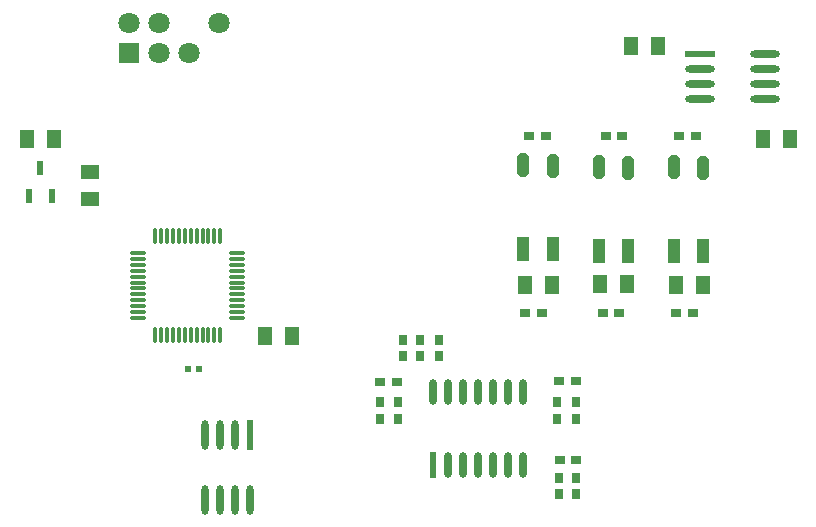
<source format=gtp>
G04 Layer_Color=8421504*
%FSLAX44Y44*%
%MOMM*%
G71*
G01*
G75*
%ADD10R,1.2000X1.5000*%
%ADD11R,0.6000X0.6000*%
%ADD12C,1.8000*%
%ADD13R,1.8000X1.8000*%
%ADD14R,0.6000X2.5000*%
%ADD15O,0.6000X2.5000*%
%ADD16R,0.9000X0.8000*%
%ADD17R,1.5000X1.2000*%
G04:AMPARAMS|DCode=18|XSize=1mm|YSize=2mm|CornerRadius=0mm|HoleSize=0mm|Usage=FLASHONLY|Rotation=0.000|XOffset=0mm|YOffset=0mm|HoleType=Round|Shape=Octagon|*
%AMOCTAGOND18*
4,1,8,-0.2500,1.0000,0.2500,1.0000,0.5000,0.7500,0.5000,-0.7500,0.2500,-1.0000,-0.2500,-1.0000,-0.5000,-0.7500,-0.5000,0.7500,-0.2500,1.0000,0.0*
%
%ADD18OCTAGOND18*%

%ADD19R,1.0000X2.0000*%
%ADD20R,0.8000X0.9000*%
%ADD21O,0.6000X2.2000*%
%ADD22R,0.6000X2.2000*%
%ADD23R,2.5000X0.6000*%
%ADD24O,2.5000X0.6000*%
%ADD25R,0.5500X1.3000*%
%ADD26O,1.4000X0.3000*%
%ADD27O,0.3000X1.4000*%
D10*
X-16584Y290000D02*
D03*
X-39536D02*
D03*
X495149Y368236D02*
D03*
X472197D02*
D03*
X162523Y123160D02*
D03*
X185476D02*
D03*
X583989Y289751D02*
D03*
X606941D02*
D03*
X382326Y166343D02*
D03*
X405278D02*
D03*
X446283Y166788D02*
D03*
X469235D02*
D03*
X510015Y166344D02*
D03*
X532967D02*
D03*
D11*
X106484Y95395D02*
D03*
X97008D02*
D03*
D12*
X123200Y388400D02*
D03*
X97800Y363000D02*
D03*
X72400D02*
D03*
Y388400D02*
D03*
X47000D02*
D03*
D13*
Y363000D02*
D03*
D14*
X149572Y39000D02*
D03*
D15*
X136872D02*
D03*
X124172D02*
D03*
X111472D02*
D03*
X149572Y-15500D02*
D03*
X136872D02*
D03*
X124172D02*
D03*
X111472D02*
D03*
D16*
X513000Y292499D02*
D03*
X527000D02*
D03*
X451001D02*
D03*
X465001D02*
D03*
X385920Y292495D02*
D03*
X399920D02*
D03*
X426000Y18307D02*
D03*
X412000D02*
D03*
X396802Y142297D02*
D03*
X382802D02*
D03*
X260000Y84000D02*
D03*
X274000D02*
D03*
X462169Y142299D02*
D03*
X448169D02*
D03*
X425485Y85000D02*
D03*
X411485D02*
D03*
X524491Y142299D02*
D03*
X510491D02*
D03*
D17*
X13786Y239289D02*
D03*
Y262241D02*
D03*
D18*
X380802Y267802D02*
D03*
X405802Y266802D02*
D03*
X445000Y266161D02*
D03*
X470000Y265161D02*
D03*
X508491Y266022D02*
D03*
X533491Y265022D02*
D03*
D19*
X405802Y196802D02*
D03*
X380802D02*
D03*
X470000Y195161D02*
D03*
X445000D02*
D03*
X533491Y195022D02*
D03*
X508491D02*
D03*
D20*
X279000Y120000D02*
D03*
Y106000D02*
D03*
X260000Y53000D02*
D03*
Y67000D02*
D03*
X275000Y53000D02*
D03*
Y67000D02*
D03*
X294000Y120000D02*
D03*
Y106000D02*
D03*
X410000Y53000D02*
D03*
Y67000D02*
D03*
X425803Y53000D02*
D03*
Y67000D02*
D03*
X411302Y-11000D02*
D03*
Y3000D02*
D03*
X310000Y119999D02*
D03*
Y105999D02*
D03*
X426000Y-10999D02*
D03*
Y3001D02*
D03*
D21*
X380550Y75395D02*
D03*
Y14195D02*
D03*
X367850Y75395D02*
D03*
X355150D02*
D03*
X367850Y14195D02*
D03*
X355150D02*
D03*
X317050D02*
D03*
X329750D02*
D03*
X342450D02*
D03*
X304350Y75395D02*
D03*
X317050D02*
D03*
X329750D02*
D03*
X342450D02*
D03*
D22*
X304350Y14195D02*
D03*
D23*
X530952Y361632D02*
D03*
D24*
Y348932D02*
D03*
Y336232D02*
D03*
Y323532D02*
D03*
X585452Y361632D02*
D03*
Y348932D02*
D03*
Y336232D02*
D03*
Y323532D02*
D03*
D25*
X-37763Y241556D02*
D03*
X-17747D02*
D03*
X-27755Y265056D02*
D03*
D26*
X55007Y193347D02*
D03*
Y188347D02*
D03*
Y183347D02*
D03*
Y178347D02*
D03*
Y173347D02*
D03*
Y168347D02*
D03*
Y163347D02*
D03*
Y158347D02*
D03*
Y153347D02*
D03*
Y148347D02*
D03*
Y143347D02*
D03*
Y138347D02*
D03*
X139007D02*
D03*
Y143347D02*
D03*
Y148347D02*
D03*
Y153347D02*
D03*
Y158347D02*
D03*
Y163347D02*
D03*
Y168347D02*
D03*
Y173347D02*
D03*
Y178347D02*
D03*
Y183347D02*
D03*
Y188347D02*
D03*
Y193347D02*
D03*
D27*
X69507Y123847D02*
D03*
X74507D02*
D03*
X79507D02*
D03*
X84507D02*
D03*
X89507D02*
D03*
X94507D02*
D03*
X99507D02*
D03*
X104507D02*
D03*
X109507D02*
D03*
X114507D02*
D03*
X119507D02*
D03*
X124507D02*
D03*
Y207847D02*
D03*
X119507D02*
D03*
X114507D02*
D03*
X109507D02*
D03*
X104507D02*
D03*
X99507D02*
D03*
X94507D02*
D03*
X89507D02*
D03*
X84507D02*
D03*
X79507D02*
D03*
X74507D02*
D03*
X69507D02*
D03*
M02*

</source>
